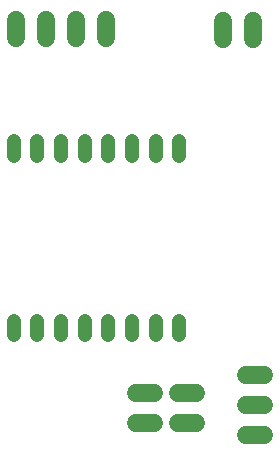
<source format=gbr>
G04 EAGLE Gerber X2 export*
%TF.Part,Single*%
%TF.FileFunction,Copper,L2,Bot,Mixed*%
%TF.FilePolarity,Positive*%
%TF.GenerationSoftware,Autodesk,EAGLE,9.1.1*%
%TF.CreationDate,2018-07-26T12:17:36Z*%
G75*
%MOMM*%
%FSLAX34Y34*%
%LPD*%
%AMOC8*
5,1,8,0,0,1.08239X$1,22.5*%
G01*
%ADD10C,1.208000*%
%ADD11C,1.524000*%


D10*
X217890Y277280D02*
X217890Y289360D01*
X197890Y289360D02*
X197890Y277280D01*
X177890Y277280D02*
X177890Y289360D01*
X157890Y289360D02*
X157890Y277280D01*
X137890Y277280D02*
X137890Y289360D01*
X117890Y289360D02*
X117890Y277280D01*
X97890Y277280D02*
X97890Y289360D01*
X77890Y289360D02*
X77890Y277280D01*
X217890Y137280D02*
X217890Y125200D01*
X197890Y125200D02*
X197890Y137280D01*
X177890Y137280D02*
X177890Y125200D01*
X157890Y125200D02*
X157890Y137280D01*
X137890Y137280D02*
X137890Y125200D01*
X117890Y125200D02*
X117890Y137280D01*
X97890Y137280D02*
X97890Y125200D01*
X77890Y125200D02*
X77890Y137280D01*
D11*
X181610Y50800D02*
X196850Y50800D01*
X196850Y76200D02*
X181610Y76200D01*
X217170Y50800D02*
X232410Y50800D01*
X232410Y76200D02*
X217170Y76200D01*
X274320Y40640D02*
X289560Y40640D01*
X289560Y66040D02*
X274320Y66040D01*
X274320Y91440D02*
X289560Y91440D01*
X255270Y375920D02*
X255270Y391160D01*
X280670Y391160D02*
X280670Y375920D01*
X156210Y377190D02*
X156210Y392430D01*
X130810Y392430D02*
X130810Y377190D01*
X105410Y377190D02*
X105410Y392430D01*
X80010Y392430D02*
X80010Y377190D01*
M02*

</source>
